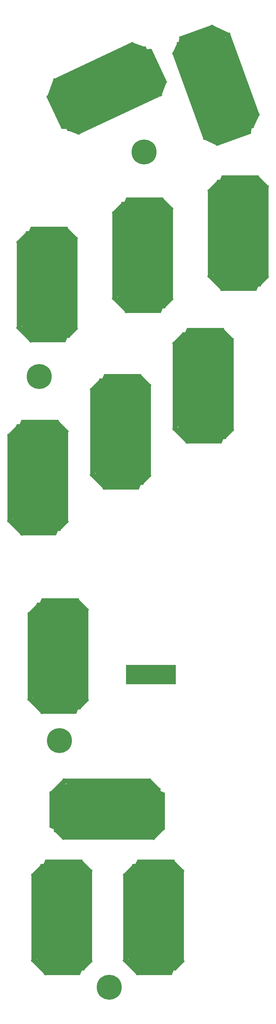
<source format=gbr>
G04 #@! TF.FileFunction,Soldermask,Top*
%FSLAX46Y46*%
G04 Gerber Fmt 4.6, Leading zero omitted, Abs format (unit mm)*
G04 Created by KiCad (PCBNEW 4.0.6) date 04/30/18 02:02:33*
%MOMM*%
%LPD*%
G01*
G04 APERTURE LIST*
%ADD10C,0.100000*%
%ADD11R,1.500000X5.300000*%
%ADD12R,15.300000X1.400000*%
%ADD13R,1.400000X25.350000*%
%ADD14R,14.800000X1.400000*%
%ADD15R,1.400000X24.050000*%
%ADD16R,1.400000X15.300000*%
%ADD17R,25.350000X1.400000*%
%ADD18R,1.400000X14.800000*%
%ADD19R,24.050000X1.400000*%
%ADD20C,6.800000*%
G04 APERTURE END LIST*
D10*
G36*
X86704842Y-65255155D02*
X97229400Y-61424529D01*
X97144412Y-62945311D01*
X87747486Y-66365513D01*
X86704842Y-65255155D01*
X86704842Y-65255155D01*
G37*
G36*
X84004609Y-63683933D02*
X97348245Y-58827247D01*
X97263257Y-60348029D01*
X85047253Y-64794291D01*
X84004609Y-63683933D01*
X84004609Y-63683933D01*
G37*
G36*
X83136776Y-61445771D02*
X97514073Y-56212863D01*
X97992902Y-57528433D01*
X83615605Y-62761341D01*
X83136776Y-61445771D01*
X83136776Y-61445771D01*
G37*
G36*
X90605266Y-37231072D02*
X76180984Y-42481081D01*
X76265972Y-40960300D01*
X89562622Y-36120715D01*
X90605266Y-37231072D01*
X90605266Y-37231072D01*
G37*
G36*
X79853382Y-52424722D02*
X94230679Y-47191814D01*
X94709508Y-48507384D01*
X80332211Y-53740292D01*
X79853382Y-52424722D01*
X79853382Y-52424722D01*
G37*
G36*
X80674231Y-54679985D02*
X95051528Y-49447077D01*
X95530357Y-50762647D01*
X81153060Y-55995555D01*
X80674231Y-54679985D01*
X80674231Y-54679985D01*
G37*
G36*
X82315927Y-59190509D02*
X96693224Y-53957601D01*
X97172053Y-55273171D01*
X82794756Y-60506079D01*
X82315927Y-59190509D01*
X82315927Y-59190509D01*
G37*
G36*
X81495079Y-56935247D02*
X95872376Y-51702339D01*
X96351205Y-53017909D01*
X81973908Y-58250817D01*
X81495079Y-56935247D01*
X81495079Y-56935247D01*
G37*
G36*
X78211686Y-47914198D02*
X92588983Y-42681290D01*
X93067812Y-43996860D01*
X78690515Y-49229768D01*
X78211686Y-47914198D01*
X78211686Y-47914198D01*
G37*
G36*
X79032534Y-50169460D02*
X93409831Y-44936552D01*
X93888660Y-46252122D01*
X79511363Y-51485030D01*
X79032534Y-50169460D01*
X79032534Y-50169460D01*
G37*
G36*
X77390837Y-45658935D02*
X91768134Y-40426027D01*
X92246963Y-41741597D01*
X77869666Y-46974505D01*
X77390837Y-45658935D01*
X77390837Y-45658935D01*
G37*
G36*
X76569989Y-43403673D02*
X90947286Y-38170765D01*
X91426115Y-39486335D01*
X77048818Y-44719243D01*
X76569989Y-43403673D01*
X76569989Y-43403673D01*
G37*
G36*
X87981960Y-66291462D02*
X83994206Y-64431941D01*
X84585872Y-63163110D01*
X88573626Y-65022631D01*
X87981960Y-66291462D01*
X87981960Y-66291462D01*
G37*
G36*
X85602431Y-64272969D02*
X84286861Y-64751797D01*
X75616651Y-40930589D01*
X76932221Y-40451761D01*
X85602431Y-64272969D01*
X85602431Y-64272969D01*
G37*
G36*
X78400082Y-38665954D02*
X76866401Y-41954945D01*
X75597570Y-41363280D01*
X77131251Y-38074289D01*
X78400082Y-38665954D01*
X78400082Y-38665954D01*
G37*
G36*
X87905033Y-35659851D02*
X76816660Y-39695689D01*
X76901647Y-38174907D01*
X86862389Y-34549493D01*
X87905033Y-35659851D01*
X87905033Y-35659851D01*
G37*
G36*
X84721817Y-62145877D02*
X98629267Y-57083979D01*
X99108095Y-58399549D01*
X85200645Y-63461447D01*
X84721817Y-62145877D01*
X84721817Y-62145877D01*
G37*
G36*
X82212286Y-55397191D02*
X96589583Y-50164283D01*
X97068412Y-51479853D01*
X82691115Y-56712761D01*
X82212286Y-55397191D01*
X82212286Y-55397191D01*
G37*
G36*
X83033134Y-57652454D02*
X97410431Y-52419546D01*
X97889260Y-53735116D01*
X83511963Y-58968024D01*
X83033134Y-57652454D01*
X83033134Y-57652454D01*
G37*
G36*
X83853983Y-59907716D02*
X98231280Y-54674808D01*
X98710109Y-55990378D01*
X84332812Y-61223286D01*
X83853983Y-59907716D01*
X83853983Y-59907716D01*
G37*
G36*
X81391438Y-53141929D02*
X95768735Y-47909021D01*
X96247564Y-49224591D01*
X81870267Y-54457499D01*
X81391438Y-53141929D01*
X81391438Y-53141929D01*
G37*
G36*
X80570589Y-50886667D02*
X94947886Y-45653759D01*
X95426715Y-46969329D01*
X81049418Y-52202237D01*
X80570589Y-50886667D01*
X80570589Y-50886667D01*
G37*
G36*
X79749741Y-48631405D02*
X94127038Y-43398497D01*
X94605867Y-44714067D01*
X80228570Y-49946975D01*
X79749741Y-48631405D01*
X79749741Y-48631405D01*
G37*
G36*
X78928893Y-46376142D02*
X93306190Y-41143234D01*
X93785019Y-42458804D01*
X79407722Y-47691712D01*
X78928893Y-46376142D01*
X78928893Y-46376142D01*
G37*
G36*
X78108044Y-44120880D02*
X92485341Y-38887972D01*
X92964170Y-40203542D01*
X78586873Y-45436450D01*
X78108044Y-44120880D01*
X78108044Y-44120880D01*
G37*
G36*
X91720459Y-38102189D02*
X77813009Y-43164087D01*
X77334181Y-41848517D01*
X91241631Y-36786619D01*
X91720459Y-38102189D01*
X91720459Y-38102189D01*
G37*
G36*
X90053889Y-36154745D02*
X77462008Y-40737815D01*
X77546995Y-39217033D01*
X89011245Y-35044387D01*
X90053889Y-36154745D01*
X90053889Y-36154745D01*
G37*
G36*
X86599818Y-64016368D02*
X98017084Y-59860823D01*
X97932096Y-61381605D01*
X87642462Y-65126725D01*
X86599818Y-64016368D01*
X86599818Y-64016368D01*
G37*
G36*
X96454404Y-60844567D02*
X98229401Y-57038074D01*
X99498232Y-57629739D01*
X97723235Y-61436232D01*
X96454404Y-60844567D01*
X96454404Y-60844567D01*
G37*
G36*
X89944891Y-35928371D02*
X91260461Y-35449543D01*
X99486045Y-58049151D01*
X98170475Y-58527979D01*
X89944891Y-35928371D01*
X89944891Y-35928371D01*
G37*
G36*
X87748326Y-34439874D02*
X77505676Y-38167894D01*
X77590664Y-36647112D01*
X86705682Y-33329516D01*
X87748326Y-34439874D01*
X87748326Y-34439874D01*
G37*
G36*
X86302907Y-33321187D02*
X91559492Y-35772373D01*
X90967827Y-37041203D01*
X85711242Y-34590017D01*
X86302907Y-33321187D01*
X86302907Y-33321187D01*
G37*
D11*
X75900000Y-210000000D03*
X63900000Y-210000000D03*
X64900000Y-210000000D03*
X65900000Y-210000000D03*
X66900000Y-210000000D03*
X67900000Y-210000000D03*
X68900000Y-210000000D03*
X69900000Y-210000000D03*
X70900000Y-210000000D03*
X71900000Y-210000000D03*
X72900000Y-210000000D03*
X73900000Y-210000000D03*
X74900000Y-210000000D03*
D10*
G36*
X73276023Y-50134680D02*
X68542698Y-39984033D01*
X70065100Y-39936152D01*
X74291283Y-48999230D01*
X73276023Y-50134680D01*
X73276023Y-50134680D01*
G37*
G36*
X71946121Y-52961580D02*
X65944942Y-40092009D01*
X67467344Y-40044129D01*
X72961381Y-51826130D01*
X71946121Y-52961580D01*
X71946121Y-52961580D01*
G37*
G36*
X69792113Y-54021179D02*
X63326054Y-40154670D01*
X64594885Y-39563005D01*
X71060944Y-53429514D01*
X69792113Y-54021179D01*
X69792113Y-54021179D01*
G37*
G36*
X45018636Y-48691559D02*
X51505827Y-62603383D01*
X49983425Y-62651264D01*
X44003376Y-49827009D01*
X45018636Y-48691559D01*
X45018636Y-48691559D01*
G37*
G36*
X61091558Y-58078314D02*
X54625499Y-44211805D01*
X55894330Y-43620140D01*
X62360389Y-57486649D01*
X61091558Y-58078314D01*
X61091558Y-58078314D01*
G37*
G36*
X63266697Y-57064030D02*
X56800638Y-43197521D01*
X58069469Y-42605856D01*
X64535528Y-56472365D01*
X63266697Y-57064030D01*
X63266697Y-57064030D01*
G37*
G36*
X67616974Y-55035462D02*
X61150915Y-41168953D01*
X62419746Y-40577288D01*
X68885805Y-54443797D01*
X67616974Y-55035462D01*
X67616974Y-55035462D01*
G37*
G36*
X65441835Y-56049746D02*
X58975776Y-42183237D01*
X60244607Y-41591572D01*
X66710666Y-55458081D01*
X65441835Y-56049746D01*
X65441835Y-56049746D01*
G37*
G36*
X56741281Y-60106882D02*
X50275222Y-46240373D01*
X51544053Y-45648708D01*
X58010112Y-59515217D01*
X56741281Y-60106882D01*
X56741281Y-60106882D01*
G37*
G36*
X58916419Y-59092598D02*
X52450360Y-45226089D01*
X53719191Y-44634424D01*
X60185250Y-58500933D01*
X58916419Y-59092598D01*
X58916419Y-59092598D01*
G37*
G36*
X54566142Y-61121165D02*
X48100083Y-47254656D01*
X49368914Y-46662991D01*
X55834973Y-60529500D01*
X54566142Y-61121165D01*
X54566142Y-61121165D01*
G37*
G36*
X52391003Y-62135449D02*
X45924944Y-48268940D01*
X47193775Y-47677275D01*
X53659834Y-61543784D01*
X52391003Y-62135449D01*
X52391003Y-62135449D01*
G37*
G36*
X74197078Y-48772102D02*
X72692190Y-52906750D01*
X71376620Y-52427922D01*
X72881508Y-48293274D01*
X74197078Y-48772102D01*
X74197078Y-48772102D01*
G37*
G36*
X72393655Y-51318499D02*
X72985321Y-52587330D01*
X50010419Y-63300703D01*
X49418753Y-62031872D01*
X72393655Y-51318499D01*
X72393655Y-51318499D01*
G37*
G36*
X47511810Y-60725240D02*
X50921954Y-61966431D01*
X50443126Y-63282000D01*
X47032982Y-62040809D01*
X47511810Y-60725240D01*
X47511810Y-60725240D01*
G37*
G36*
X43688734Y-51518458D02*
X48675629Y-62212890D01*
X47153227Y-62260771D01*
X42673474Y-52653909D01*
X43688734Y-51518458D01*
X43688734Y-51518458D01*
G37*
G36*
X70351410Y-52381152D02*
X64096659Y-38967797D01*
X65365490Y-38376132D01*
X71620241Y-51789487D01*
X70351410Y-52381152D01*
X70351410Y-52381152D01*
G37*
G36*
X63847124Y-55469319D02*
X57381065Y-41602810D01*
X58649896Y-41011145D01*
X65115955Y-54877654D01*
X63847124Y-55469319D01*
X63847124Y-55469319D01*
G37*
G36*
X66022263Y-54455035D02*
X59556204Y-40588526D01*
X60825035Y-39996861D01*
X67291094Y-53863370D01*
X66022263Y-54455035D01*
X66022263Y-54455035D01*
G37*
G36*
X68197401Y-53440751D02*
X61731342Y-39574242D01*
X63000173Y-38982577D01*
X69466232Y-52849086D01*
X68197401Y-53440751D01*
X68197401Y-53440751D01*
G37*
G36*
X61671985Y-56483603D02*
X55205926Y-42617094D01*
X56474757Y-42025429D01*
X62940816Y-55891938D01*
X61671985Y-56483603D01*
X61671985Y-56483603D01*
G37*
G36*
X59496847Y-57497886D02*
X53030788Y-43631377D01*
X54299619Y-43039712D01*
X60765678Y-56906221D01*
X59496847Y-57497886D01*
X59496847Y-57497886D01*
G37*
G36*
X57321708Y-58512170D02*
X50855649Y-44645661D01*
X52124480Y-44053996D01*
X58590539Y-57920505D01*
X57321708Y-58512170D01*
X57321708Y-58512170D01*
G37*
G36*
X55146569Y-59526454D02*
X48680510Y-45659945D01*
X49949341Y-45068280D01*
X56415400Y-58934789D01*
X55146569Y-59526454D01*
X55146569Y-59526454D01*
G37*
G36*
X52971431Y-60540738D02*
X46505372Y-46674229D01*
X47774203Y-46082564D01*
X54240262Y-59949073D01*
X52971431Y-60540738D01*
X52971431Y-60540738D01*
G37*
G36*
X45789242Y-47504686D02*
X52043993Y-60918041D01*
X50775162Y-61509706D01*
X44520411Y-48096351D01*
X45789242Y-47504686D01*
X45789242Y-47504686D01*
G37*
G36*
X43994460Y-49334647D02*
X49657545Y-61479171D01*
X48135143Y-61527052D01*
X42979200Y-50470097D01*
X43994460Y-49334647D01*
X43994460Y-49334647D01*
G37*
G36*
X72051102Y-50347273D02*
X66916291Y-39335633D01*
X68438692Y-39287752D01*
X73066362Y-49211822D01*
X72051102Y-50347273D01*
X72051102Y-50347273D01*
G37*
G36*
X68032488Y-40806627D02*
X64085779Y-39370143D01*
X64564608Y-38054573D01*
X68511317Y-39491057D01*
X68032488Y-40806627D01*
X68032488Y-40806627D01*
G37*
G36*
X43778449Y-49462959D02*
X43186783Y-48194128D01*
X64983485Y-38030159D01*
X65575151Y-39298990D01*
X43778449Y-49462959D01*
X43778449Y-49462959D01*
G37*
G36*
X42487058Y-51780897D02*
X47093597Y-61659652D01*
X45571195Y-61707533D01*
X41471798Y-52916347D01*
X42487058Y-51780897D01*
X42487058Y-51780897D01*
G37*
G36*
X41498604Y-53318314D02*
X43482321Y-47868097D01*
X44797890Y-48346926D01*
X42814173Y-53797143D01*
X41498604Y-53318314D01*
X41498604Y-53318314D01*
G37*
G36*
X99800000Y-75700000D02*
X88600000Y-75700000D01*
X89200000Y-74300000D01*
X99200000Y-74300000D01*
X99800000Y-75700000D01*
X99800000Y-75700000D01*
G37*
G36*
X101800000Y-78100000D02*
X87600000Y-78100000D01*
X88200000Y-76700000D01*
X101200000Y-76700000D01*
X101800000Y-78100000D01*
X101800000Y-78100000D01*
G37*
D12*
X94200000Y-79800000D03*
D10*
G36*
X86550000Y-100700000D02*
X101900000Y-100700000D01*
X101300000Y-102100000D01*
X87150000Y-102100000D01*
X86550000Y-100700000D01*
X86550000Y-100700000D01*
G37*
D12*
X94200000Y-89400000D03*
X94200000Y-87000000D03*
X94200000Y-82200000D03*
X94200000Y-84600000D03*
X94200000Y-94200000D03*
X94200000Y-91800000D03*
X94200000Y-96600000D03*
X94200000Y-99000000D03*
D10*
G36*
X98954340Y-74289390D02*
X102065610Y-77400660D01*
X101075660Y-78390610D01*
X97964390Y-75279340D01*
X98954340Y-74289390D01*
X98954340Y-74289390D01*
G37*
D13*
X101200000Y-89675000D03*
D10*
G36*
X98509880Y-103526071D02*
X101075971Y-100959980D01*
X102065920Y-101949929D01*
X99499829Y-104516020D01*
X98509880Y-103526071D01*
X98509880Y-103526071D01*
G37*
G36*
X88550000Y-103100000D02*
X100350000Y-103100000D01*
X99750000Y-104500000D01*
X89150000Y-104500000D01*
X88550000Y-103100000D01*
X88550000Y-103100000D01*
G37*
D14*
X93200000Y-78600000D03*
D12*
X93000000Y-85800000D03*
X93000000Y-83400000D03*
X93000000Y-81000000D03*
X93000000Y-88200000D03*
X93000000Y-90600000D03*
X93000000Y-93000000D03*
X93000000Y-95400000D03*
X93000000Y-97800000D03*
D14*
X93200000Y-100200000D03*
D10*
G36*
X86700000Y-101900000D02*
X100100000Y-101900000D01*
X99500000Y-103300000D01*
X87300000Y-103300000D01*
X86700000Y-101900000D01*
X86700000Y-101900000D01*
G37*
G36*
X99475000Y-76900000D02*
X87325000Y-76900000D01*
X87925000Y-75500000D01*
X98875000Y-75500000D01*
X99475000Y-76900000D01*
X99475000Y-76900000D01*
G37*
G36*
X89129899Y-76510051D02*
X86160051Y-79479899D01*
X85170101Y-78489949D01*
X88139949Y-75520101D01*
X89129899Y-76510051D01*
X89129899Y-76510051D01*
G37*
D15*
X86025000Y-90125000D03*
D10*
G36*
X88280000Y-104300000D02*
X99180000Y-104300000D01*
X98580000Y-105700000D01*
X88880000Y-105700000D01*
X88280000Y-104300000D01*
X88280000Y-104300000D01*
G37*
G36*
X89255635Y-105845584D02*
X85154416Y-101744365D01*
X86144365Y-100754416D01*
X90245584Y-104855635D01*
X89255635Y-105845584D01*
X89255635Y-105845584D01*
G37*
G36*
X73800000Y-81700000D02*
X62600000Y-81700000D01*
X63200000Y-80300000D01*
X73200000Y-80300000D01*
X73800000Y-81700000D01*
X73800000Y-81700000D01*
G37*
G36*
X75800000Y-84100000D02*
X61600000Y-84100000D01*
X62200000Y-82700000D01*
X75200000Y-82700000D01*
X75800000Y-84100000D01*
X75800000Y-84100000D01*
G37*
D12*
X68200000Y-85800000D03*
D10*
G36*
X60550000Y-106700000D02*
X75900000Y-106700000D01*
X75300000Y-108100000D01*
X61150000Y-108100000D01*
X60550000Y-106700000D01*
X60550000Y-106700000D01*
G37*
D12*
X68200000Y-95400000D03*
X68200000Y-93000000D03*
X68200000Y-88200000D03*
X68200000Y-90600000D03*
X68200000Y-100200000D03*
X68200000Y-97800000D03*
X68200000Y-102600000D03*
X68200000Y-105000000D03*
D10*
G36*
X72954340Y-80289390D02*
X76065610Y-83400660D01*
X75075660Y-84390610D01*
X71964390Y-81279340D01*
X72954340Y-80289390D01*
X72954340Y-80289390D01*
G37*
D13*
X75200000Y-95675000D03*
D10*
G36*
X72509880Y-109526071D02*
X75075971Y-106959980D01*
X76065920Y-107949929D01*
X73499829Y-110516020D01*
X72509880Y-109526071D01*
X72509880Y-109526071D01*
G37*
G36*
X62550000Y-109100000D02*
X74350000Y-109100000D01*
X73750000Y-110500000D01*
X63150000Y-110500000D01*
X62550000Y-109100000D01*
X62550000Y-109100000D01*
G37*
D14*
X67200000Y-84600000D03*
D12*
X67000000Y-91800000D03*
X67000000Y-89400000D03*
X67000000Y-87000000D03*
X67000000Y-94200000D03*
X67000000Y-96600000D03*
X67000000Y-99000000D03*
X67000000Y-101400000D03*
X67000000Y-103800000D03*
D14*
X67200000Y-106200000D03*
D10*
G36*
X60700000Y-107900000D02*
X74100000Y-107900000D01*
X73500000Y-109300000D01*
X61300000Y-109300000D01*
X60700000Y-107900000D01*
X60700000Y-107900000D01*
G37*
G36*
X73475000Y-82900000D02*
X61325000Y-82900000D01*
X61925000Y-81500000D01*
X72875000Y-81500000D01*
X73475000Y-82900000D01*
X73475000Y-82900000D01*
G37*
G36*
X63129899Y-82510051D02*
X60160051Y-85479899D01*
X59170101Y-84489949D01*
X62139949Y-81520101D01*
X63129899Y-82510051D01*
X63129899Y-82510051D01*
G37*
D15*
X60025000Y-96125000D03*
D10*
G36*
X62280000Y-110300000D02*
X73180000Y-110300000D01*
X72580000Y-111700000D01*
X62880000Y-111700000D01*
X62280000Y-110300000D01*
X62280000Y-110300000D01*
G37*
G36*
X63255635Y-111845584D02*
X59154416Y-107744365D01*
X60144365Y-106754416D01*
X64245584Y-110855635D01*
X63255635Y-111845584D01*
X63255635Y-111845584D01*
G37*
G36*
X47800000Y-89700000D02*
X36600000Y-89700000D01*
X37200000Y-88300000D01*
X47200000Y-88300000D01*
X47800000Y-89700000D01*
X47800000Y-89700000D01*
G37*
G36*
X49800000Y-92100000D02*
X35600000Y-92100000D01*
X36200000Y-90700000D01*
X49200000Y-90700000D01*
X49800000Y-92100000D01*
X49800000Y-92100000D01*
G37*
D12*
X42200000Y-93800000D03*
D10*
G36*
X34550000Y-114700000D02*
X49900000Y-114700000D01*
X49300000Y-116100000D01*
X35150000Y-116100000D01*
X34550000Y-114700000D01*
X34550000Y-114700000D01*
G37*
D12*
X42200000Y-103400000D03*
X42200000Y-101000000D03*
X42200000Y-96200000D03*
X42200000Y-98600000D03*
X42200000Y-108200000D03*
X42200000Y-105800000D03*
X42200000Y-110600000D03*
X42200000Y-113000000D03*
D10*
G36*
X46954340Y-88289390D02*
X50065610Y-91400660D01*
X49075660Y-92390610D01*
X45964390Y-89279340D01*
X46954340Y-88289390D01*
X46954340Y-88289390D01*
G37*
D13*
X49200000Y-103675000D03*
D10*
G36*
X46509880Y-117526071D02*
X49075971Y-114959980D01*
X50065920Y-115949929D01*
X47499829Y-118516020D01*
X46509880Y-117526071D01*
X46509880Y-117526071D01*
G37*
G36*
X36550000Y-117100000D02*
X48350000Y-117100000D01*
X47750000Y-118500000D01*
X37150000Y-118500000D01*
X36550000Y-117100000D01*
X36550000Y-117100000D01*
G37*
D14*
X41200000Y-92600000D03*
D12*
X41000000Y-99800000D03*
X41000000Y-97400000D03*
X41000000Y-95000000D03*
X41000000Y-102200000D03*
X41000000Y-104600000D03*
X41000000Y-107000000D03*
X41000000Y-109400000D03*
X41000000Y-111800000D03*
D14*
X41200000Y-114200000D03*
D10*
G36*
X34700000Y-115900000D02*
X48100000Y-115900000D01*
X47500000Y-117300000D01*
X35300000Y-117300000D01*
X34700000Y-115900000D01*
X34700000Y-115900000D01*
G37*
G36*
X47475000Y-90900000D02*
X35325000Y-90900000D01*
X35925000Y-89500000D01*
X46875000Y-89500000D01*
X47475000Y-90900000D01*
X47475000Y-90900000D01*
G37*
G36*
X37129899Y-90510051D02*
X34160051Y-93479899D01*
X33170101Y-92489949D01*
X36139949Y-89520101D01*
X37129899Y-90510051D01*
X37129899Y-90510051D01*
G37*
D15*
X34025000Y-104125000D03*
D10*
G36*
X36280000Y-118300000D02*
X47180000Y-118300000D01*
X46580000Y-119700000D01*
X36880000Y-119700000D01*
X36280000Y-118300000D01*
X36280000Y-118300000D01*
G37*
G36*
X37255635Y-119845584D02*
X33154416Y-115744365D01*
X34144365Y-114754416D01*
X38245584Y-118855635D01*
X37255635Y-119845584D01*
X37255635Y-119845584D01*
G37*
G36*
X90300000Y-117200000D02*
X79100000Y-117200000D01*
X79700000Y-115800000D01*
X89700000Y-115800000D01*
X90300000Y-117200000D01*
X90300000Y-117200000D01*
G37*
G36*
X92300000Y-119600000D02*
X78100000Y-119600000D01*
X78700000Y-118200000D01*
X91700000Y-118200000D01*
X92300000Y-119600000D01*
X92300000Y-119600000D01*
G37*
D12*
X84700000Y-121300000D03*
D10*
G36*
X77050000Y-142200000D02*
X92400000Y-142200000D01*
X91800000Y-143600000D01*
X77650000Y-143600000D01*
X77050000Y-142200000D01*
X77050000Y-142200000D01*
G37*
D12*
X84700000Y-130900000D03*
X84700000Y-128500000D03*
X84700000Y-123700000D03*
X84700000Y-126100000D03*
X84700000Y-135700000D03*
X84700000Y-133300000D03*
X84700000Y-138100000D03*
X84700000Y-140500000D03*
D10*
G36*
X89454340Y-115789390D02*
X92565610Y-118900660D01*
X91575660Y-119890610D01*
X88464390Y-116779340D01*
X89454340Y-115789390D01*
X89454340Y-115789390D01*
G37*
D13*
X91700000Y-131175000D03*
D10*
G36*
X89009880Y-145026071D02*
X91575971Y-142459980D01*
X92565920Y-143449929D01*
X89999829Y-146016020D01*
X89009880Y-145026071D01*
X89009880Y-145026071D01*
G37*
G36*
X79050000Y-144600000D02*
X90850000Y-144600000D01*
X90250000Y-146000000D01*
X79650000Y-146000000D01*
X79050000Y-144600000D01*
X79050000Y-144600000D01*
G37*
D14*
X83700000Y-120100000D03*
D12*
X83500000Y-127300000D03*
X83500000Y-124900000D03*
X83500000Y-122500000D03*
X83500000Y-129700000D03*
X83500000Y-132100000D03*
X83500000Y-134500000D03*
X83500000Y-136900000D03*
X83500000Y-139300000D03*
D14*
X83700000Y-141700000D03*
D10*
G36*
X77200000Y-143400000D02*
X90600000Y-143400000D01*
X90000000Y-144800000D01*
X77800000Y-144800000D01*
X77200000Y-143400000D01*
X77200000Y-143400000D01*
G37*
G36*
X89975000Y-118400000D02*
X77825000Y-118400000D01*
X78425000Y-117000000D01*
X89375000Y-117000000D01*
X89975000Y-118400000D01*
X89975000Y-118400000D01*
G37*
G36*
X79629899Y-118010051D02*
X76660051Y-120979899D01*
X75670101Y-119989949D01*
X78639949Y-117020101D01*
X79629899Y-118010051D01*
X79629899Y-118010051D01*
G37*
D15*
X76525000Y-131625000D03*
D10*
G36*
X78780000Y-145800000D02*
X89680000Y-145800000D01*
X89080000Y-147200000D01*
X79380000Y-147200000D01*
X78780000Y-145800000D01*
X78780000Y-145800000D01*
G37*
G36*
X79755635Y-147345584D02*
X75654416Y-143244365D01*
X76644365Y-142254416D01*
X80745584Y-146355635D01*
X79755635Y-147345584D01*
X79755635Y-147345584D01*
G37*
G36*
X67800000Y-129700000D02*
X56600000Y-129700000D01*
X57200000Y-128300000D01*
X67200000Y-128300000D01*
X67800000Y-129700000D01*
X67800000Y-129700000D01*
G37*
G36*
X69800000Y-132100000D02*
X55600000Y-132100000D01*
X56200000Y-130700000D01*
X69200000Y-130700000D01*
X69800000Y-132100000D01*
X69800000Y-132100000D01*
G37*
D12*
X62200000Y-133800000D03*
D10*
G36*
X54550000Y-154700000D02*
X69900000Y-154700000D01*
X69300000Y-156100000D01*
X55150000Y-156100000D01*
X54550000Y-154700000D01*
X54550000Y-154700000D01*
G37*
D12*
X62200000Y-143400000D03*
X62200000Y-141000000D03*
X62200000Y-136200000D03*
X62200000Y-138600000D03*
X62200000Y-148200000D03*
X62200000Y-145800000D03*
X62200000Y-150600000D03*
X62200000Y-153000000D03*
D10*
G36*
X66954340Y-128289390D02*
X70065610Y-131400660D01*
X69075660Y-132390610D01*
X65964390Y-129279340D01*
X66954340Y-128289390D01*
X66954340Y-128289390D01*
G37*
D13*
X69200000Y-143675000D03*
D10*
G36*
X66509880Y-157526071D02*
X69075971Y-154959980D01*
X70065920Y-155949929D01*
X67499829Y-158516020D01*
X66509880Y-157526071D01*
X66509880Y-157526071D01*
G37*
G36*
X56550000Y-157100000D02*
X68350000Y-157100000D01*
X67750000Y-158500000D01*
X57150000Y-158500000D01*
X56550000Y-157100000D01*
X56550000Y-157100000D01*
G37*
D14*
X61200000Y-132600000D03*
D12*
X61000000Y-139800000D03*
X61000000Y-137400000D03*
X61000000Y-135000000D03*
X61000000Y-142200000D03*
X61000000Y-144600000D03*
X61000000Y-147000000D03*
X61000000Y-149400000D03*
X61000000Y-151800000D03*
D14*
X61200000Y-154200000D03*
D10*
G36*
X54700000Y-155900000D02*
X68100000Y-155900000D01*
X67500000Y-157300000D01*
X55300000Y-157300000D01*
X54700000Y-155900000D01*
X54700000Y-155900000D01*
G37*
G36*
X67475000Y-130900000D02*
X55325000Y-130900000D01*
X55925000Y-129500000D01*
X66875000Y-129500000D01*
X67475000Y-130900000D01*
X67475000Y-130900000D01*
G37*
G36*
X57129899Y-130510051D02*
X54160051Y-133479899D01*
X53170101Y-132489949D01*
X56139949Y-129520101D01*
X57129899Y-130510051D01*
X57129899Y-130510051D01*
G37*
D15*
X54025000Y-144125000D03*
D10*
G36*
X56280000Y-158300000D02*
X67180000Y-158300000D01*
X66580000Y-159700000D01*
X56880000Y-159700000D01*
X56280000Y-158300000D01*
X56280000Y-158300000D01*
G37*
G36*
X57255635Y-159845584D02*
X53154416Y-155744365D01*
X54144365Y-154754416D01*
X58245584Y-158855635D01*
X57255635Y-159845584D01*
X57255635Y-159845584D01*
G37*
G36*
X45300000Y-142200000D02*
X34100000Y-142200000D01*
X34700000Y-140800000D01*
X44700000Y-140800000D01*
X45300000Y-142200000D01*
X45300000Y-142200000D01*
G37*
G36*
X47300000Y-144600000D02*
X33100000Y-144600000D01*
X33700000Y-143200000D01*
X46700000Y-143200000D01*
X47300000Y-144600000D01*
X47300000Y-144600000D01*
G37*
D12*
X39700000Y-146300000D03*
D10*
G36*
X32050000Y-167200000D02*
X47400000Y-167200000D01*
X46800000Y-168600000D01*
X32650000Y-168600000D01*
X32050000Y-167200000D01*
X32050000Y-167200000D01*
G37*
D12*
X39700000Y-155900000D03*
X39700000Y-153500000D03*
X39700000Y-148700000D03*
X39700000Y-151100000D03*
X39700000Y-160700000D03*
X39700000Y-158300000D03*
X39700000Y-163100000D03*
X39700000Y-165500000D03*
D10*
G36*
X44454340Y-140789390D02*
X47565610Y-143900660D01*
X46575660Y-144890610D01*
X43464390Y-141779340D01*
X44454340Y-140789390D01*
X44454340Y-140789390D01*
G37*
D13*
X46700000Y-156175000D03*
D10*
G36*
X44009880Y-170026071D02*
X46575971Y-167459980D01*
X47565920Y-168449929D01*
X44999829Y-171016020D01*
X44009880Y-170026071D01*
X44009880Y-170026071D01*
G37*
G36*
X34050000Y-169600000D02*
X45850000Y-169600000D01*
X45250000Y-171000000D01*
X34650000Y-171000000D01*
X34050000Y-169600000D01*
X34050000Y-169600000D01*
G37*
D14*
X38700000Y-145100000D03*
D12*
X38500000Y-152300000D03*
X38500000Y-149900000D03*
X38500000Y-147500000D03*
X38500000Y-154700000D03*
X38500000Y-157100000D03*
X38500000Y-159500000D03*
X38500000Y-161900000D03*
X38500000Y-164300000D03*
D14*
X38700000Y-166700000D03*
D10*
G36*
X32200000Y-168400000D02*
X45600000Y-168400000D01*
X45000000Y-169800000D01*
X32800000Y-169800000D01*
X32200000Y-168400000D01*
X32200000Y-168400000D01*
G37*
G36*
X44975000Y-143400000D02*
X32825000Y-143400000D01*
X33425000Y-142000000D01*
X44375000Y-142000000D01*
X44975000Y-143400000D01*
X44975000Y-143400000D01*
G37*
G36*
X34629899Y-143010051D02*
X31660051Y-145979899D01*
X30670101Y-144989949D01*
X33639949Y-142020101D01*
X34629899Y-143010051D01*
X34629899Y-143010051D01*
G37*
D15*
X31525000Y-156625000D03*
D10*
G36*
X33780000Y-170800000D02*
X44680000Y-170800000D01*
X44080000Y-172200000D01*
X34380000Y-172200000D01*
X33780000Y-170800000D01*
X33780000Y-170800000D01*
G37*
G36*
X34755635Y-172345584D02*
X30654416Y-168244365D01*
X31644365Y-167254416D01*
X35745584Y-171355635D01*
X34755635Y-172345584D01*
X34755635Y-172345584D01*
G37*
G36*
X50800000Y-190700000D02*
X39600000Y-190700000D01*
X40200000Y-189300000D01*
X50200000Y-189300000D01*
X50800000Y-190700000D01*
X50800000Y-190700000D01*
G37*
G36*
X52800000Y-193100000D02*
X38600000Y-193100000D01*
X39200000Y-191700000D01*
X52200000Y-191700000D01*
X52800000Y-193100000D01*
X52800000Y-193100000D01*
G37*
D12*
X45200000Y-194800000D03*
D10*
G36*
X37550000Y-215700000D02*
X52900000Y-215700000D01*
X52300000Y-217100000D01*
X38150000Y-217100000D01*
X37550000Y-215700000D01*
X37550000Y-215700000D01*
G37*
D12*
X45200000Y-204400000D03*
X45200000Y-202000000D03*
X45200000Y-197200000D03*
X45200000Y-199600000D03*
X45200000Y-209200000D03*
X45200000Y-206800000D03*
X45200000Y-211600000D03*
X45200000Y-214000000D03*
D10*
G36*
X49954340Y-189289390D02*
X53065610Y-192400660D01*
X52075660Y-193390610D01*
X48964390Y-190279340D01*
X49954340Y-189289390D01*
X49954340Y-189289390D01*
G37*
D13*
X52200000Y-204675000D03*
D10*
G36*
X49509880Y-218526071D02*
X52075971Y-215959980D01*
X53065920Y-216949929D01*
X50499829Y-219516020D01*
X49509880Y-218526071D01*
X49509880Y-218526071D01*
G37*
G36*
X39550000Y-218100000D02*
X51350000Y-218100000D01*
X50750000Y-219500000D01*
X40150000Y-219500000D01*
X39550000Y-218100000D01*
X39550000Y-218100000D01*
G37*
D14*
X44200000Y-193600000D03*
D12*
X44000000Y-200800000D03*
X44000000Y-198400000D03*
X44000000Y-196000000D03*
X44000000Y-203200000D03*
X44000000Y-205600000D03*
X44000000Y-208000000D03*
X44000000Y-210400000D03*
X44000000Y-212800000D03*
D14*
X44200000Y-215200000D03*
D10*
G36*
X37700000Y-216900000D02*
X51100000Y-216900000D01*
X50500000Y-218300000D01*
X38300000Y-218300000D01*
X37700000Y-216900000D01*
X37700000Y-216900000D01*
G37*
G36*
X50475000Y-191900000D02*
X38325000Y-191900000D01*
X38925000Y-190500000D01*
X49875000Y-190500000D01*
X50475000Y-191900000D01*
X50475000Y-191900000D01*
G37*
G36*
X40129899Y-191510051D02*
X37160051Y-194479899D01*
X36170101Y-193489949D01*
X39139949Y-190520101D01*
X40129899Y-191510051D01*
X40129899Y-191510051D01*
G37*
D15*
X37025000Y-205125000D03*
D10*
G36*
X39280000Y-219300000D02*
X50180000Y-219300000D01*
X49580000Y-220700000D01*
X39880000Y-220700000D01*
X39280000Y-219300000D01*
X39280000Y-219300000D01*
G37*
G36*
X40255635Y-220845584D02*
X36154416Y-216744365D01*
X37144365Y-215754416D01*
X41245584Y-219855635D01*
X40255635Y-220845584D01*
X40255635Y-220845584D01*
G37*
G36*
X72300000Y-252800000D02*
X72300000Y-241600000D01*
X73700000Y-242200000D01*
X73700000Y-252200000D01*
X72300000Y-252800000D01*
X72300000Y-252800000D01*
G37*
G36*
X69900000Y-254800000D02*
X69900000Y-240600000D01*
X71300000Y-241200000D01*
X71300000Y-254200000D01*
X69900000Y-254800000D01*
X69900000Y-254800000D01*
G37*
D16*
X68200000Y-247200000D03*
D10*
G36*
X47300000Y-239550000D02*
X47300000Y-254900000D01*
X45900000Y-254300000D01*
X45900000Y-240150000D01*
X47300000Y-239550000D01*
X47300000Y-239550000D01*
G37*
D16*
X58600000Y-247200000D03*
X61000000Y-247200000D03*
X65800000Y-247200000D03*
X63400000Y-247200000D03*
X53800000Y-247200000D03*
X56200000Y-247200000D03*
X51400000Y-247200000D03*
X49000000Y-247200000D03*
D10*
G36*
X73710610Y-251954340D02*
X70599340Y-255065610D01*
X69609390Y-254075660D01*
X72720660Y-250964390D01*
X73710610Y-251954340D01*
X73710610Y-251954340D01*
G37*
D17*
X58325000Y-254200000D03*
D10*
G36*
X44473929Y-251509880D02*
X47040020Y-254075971D01*
X46050071Y-255065920D01*
X43483980Y-252499829D01*
X44473929Y-251509880D01*
X44473929Y-251509880D01*
G37*
G36*
X44900000Y-241550000D02*
X44900000Y-253350000D01*
X43500000Y-252750000D01*
X43500000Y-242150000D01*
X44900000Y-241550000D01*
X44900000Y-241550000D01*
G37*
D18*
X69400000Y-246200000D03*
D16*
X62200000Y-246000000D03*
X64600000Y-246000000D03*
X67000000Y-246000000D03*
X59800000Y-246000000D03*
X57400000Y-246000000D03*
X55000000Y-246000000D03*
X52600000Y-246000000D03*
X50200000Y-246000000D03*
D18*
X47800000Y-246200000D03*
D10*
G36*
X46100000Y-239700000D02*
X46100000Y-253100000D01*
X44700000Y-252500000D01*
X44700000Y-240300000D01*
X46100000Y-239700000D01*
X46100000Y-239700000D01*
G37*
G36*
X71100000Y-252475000D02*
X71100000Y-240325000D01*
X72500000Y-240925000D01*
X72500000Y-251875000D01*
X71100000Y-252475000D01*
X71100000Y-252475000D01*
G37*
G36*
X71489949Y-242129899D02*
X68520101Y-239160051D01*
X69510051Y-238170101D01*
X72479899Y-241139949D01*
X71489949Y-242129899D01*
X71489949Y-242129899D01*
G37*
D19*
X57875000Y-239025000D03*
D10*
G36*
X43700000Y-241280000D02*
X43700000Y-252180000D01*
X42300000Y-251580000D01*
X42300000Y-241880000D01*
X43700000Y-241280000D01*
X43700000Y-241280000D01*
G37*
G36*
X42154416Y-242255635D02*
X46255635Y-238154416D01*
X47245584Y-239144365D01*
X43144365Y-243245584D01*
X42154416Y-242255635D01*
X42154416Y-242255635D01*
G37*
G36*
X51800000Y-261700000D02*
X40600000Y-261700000D01*
X41200000Y-260300000D01*
X51200000Y-260300000D01*
X51800000Y-261700000D01*
X51800000Y-261700000D01*
G37*
G36*
X53800000Y-264100000D02*
X39600000Y-264100000D01*
X40200000Y-262700000D01*
X53200000Y-262700000D01*
X53800000Y-264100000D01*
X53800000Y-264100000D01*
G37*
D12*
X46200000Y-265800000D03*
D10*
G36*
X38550000Y-286700000D02*
X53900000Y-286700000D01*
X53300000Y-288100000D01*
X39150000Y-288100000D01*
X38550000Y-286700000D01*
X38550000Y-286700000D01*
G37*
D12*
X46200000Y-275400000D03*
X46200000Y-273000000D03*
X46200000Y-268200000D03*
X46200000Y-270600000D03*
X46200000Y-280200000D03*
X46200000Y-277800000D03*
X46200000Y-282600000D03*
X46200000Y-285000000D03*
D10*
G36*
X50954340Y-260289390D02*
X54065610Y-263400660D01*
X53075660Y-264390610D01*
X49964390Y-261279340D01*
X50954340Y-260289390D01*
X50954340Y-260289390D01*
G37*
D13*
X53200000Y-275675000D03*
D10*
G36*
X50509880Y-289526071D02*
X53075971Y-286959980D01*
X54065920Y-287949929D01*
X51499829Y-290516020D01*
X50509880Y-289526071D01*
X50509880Y-289526071D01*
G37*
G36*
X40550000Y-289100000D02*
X52350000Y-289100000D01*
X51750000Y-290500000D01*
X41150000Y-290500000D01*
X40550000Y-289100000D01*
X40550000Y-289100000D01*
G37*
D14*
X45200000Y-264600000D03*
D12*
X45000000Y-271800000D03*
X45000000Y-269400000D03*
X45000000Y-267000000D03*
X45000000Y-274200000D03*
X45000000Y-276600000D03*
X45000000Y-279000000D03*
X45000000Y-281400000D03*
X45000000Y-283800000D03*
D14*
X45200000Y-286200000D03*
D10*
G36*
X38700000Y-287900000D02*
X52100000Y-287900000D01*
X51500000Y-289300000D01*
X39300000Y-289300000D01*
X38700000Y-287900000D01*
X38700000Y-287900000D01*
G37*
G36*
X51475000Y-262900000D02*
X39325000Y-262900000D01*
X39925000Y-261500000D01*
X50875000Y-261500000D01*
X51475000Y-262900000D01*
X51475000Y-262900000D01*
G37*
G36*
X41129899Y-262510051D02*
X38160051Y-265479899D01*
X37170101Y-264489949D01*
X40139949Y-261520101D01*
X41129899Y-262510051D01*
X41129899Y-262510051D01*
G37*
D15*
X38025000Y-276125000D03*
D10*
G36*
X40280000Y-290300000D02*
X51180000Y-290300000D01*
X50580000Y-291700000D01*
X40880000Y-291700000D01*
X40280000Y-290300000D01*
X40280000Y-290300000D01*
G37*
G36*
X41255635Y-291845584D02*
X37154416Y-287744365D01*
X38144365Y-286754416D01*
X42245584Y-290855635D01*
X41255635Y-291845584D01*
X41255635Y-291845584D01*
G37*
G36*
X76800000Y-261700000D02*
X65600000Y-261700000D01*
X66200000Y-260300000D01*
X76200000Y-260300000D01*
X76800000Y-261700000D01*
X76800000Y-261700000D01*
G37*
G36*
X78800000Y-264100000D02*
X64600000Y-264100000D01*
X65200000Y-262700000D01*
X78200000Y-262700000D01*
X78800000Y-264100000D01*
X78800000Y-264100000D01*
G37*
D12*
X71200000Y-265800000D03*
D10*
G36*
X63550000Y-286700000D02*
X78900000Y-286700000D01*
X78300000Y-288100000D01*
X64150000Y-288100000D01*
X63550000Y-286700000D01*
X63550000Y-286700000D01*
G37*
D12*
X71200000Y-275400000D03*
X71200000Y-273000000D03*
X71200000Y-268200000D03*
X71200000Y-270600000D03*
X71200000Y-280200000D03*
X71200000Y-277800000D03*
X71200000Y-282600000D03*
X71200000Y-285000000D03*
D10*
G36*
X75954340Y-260289390D02*
X79065610Y-263400660D01*
X78075660Y-264390610D01*
X74964390Y-261279340D01*
X75954340Y-260289390D01*
X75954340Y-260289390D01*
G37*
D13*
X78200000Y-275675000D03*
D10*
G36*
X75509880Y-289526071D02*
X78075971Y-286959980D01*
X79065920Y-287949929D01*
X76499829Y-290516020D01*
X75509880Y-289526071D01*
X75509880Y-289526071D01*
G37*
G36*
X65550000Y-289100000D02*
X77350000Y-289100000D01*
X76750000Y-290500000D01*
X66150000Y-290500000D01*
X65550000Y-289100000D01*
X65550000Y-289100000D01*
G37*
D14*
X70200000Y-264600000D03*
D12*
X70000000Y-271800000D03*
X70000000Y-269400000D03*
X70000000Y-267000000D03*
X70000000Y-274200000D03*
X70000000Y-276600000D03*
X70000000Y-279000000D03*
X70000000Y-281400000D03*
X70000000Y-283800000D03*
D14*
X70200000Y-286200000D03*
D10*
G36*
X63700000Y-287900000D02*
X77100000Y-287900000D01*
X76500000Y-289300000D01*
X64300000Y-289300000D01*
X63700000Y-287900000D01*
X63700000Y-287900000D01*
G37*
G36*
X76475000Y-262900000D02*
X64325000Y-262900000D01*
X64925000Y-261500000D01*
X75875000Y-261500000D01*
X76475000Y-262900000D01*
X76475000Y-262900000D01*
G37*
G36*
X66129899Y-262510051D02*
X63160051Y-265479899D01*
X62170101Y-264489949D01*
X65139949Y-261520101D01*
X66129899Y-262510051D01*
X66129899Y-262510051D01*
G37*
D15*
X63025000Y-276125000D03*
D10*
G36*
X65280000Y-290300000D02*
X76180000Y-290300000D01*
X75580000Y-291700000D01*
X65880000Y-291700000D01*
X65280000Y-290300000D01*
X65280000Y-290300000D01*
G37*
G36*
X66255635Y-291845584D02*
X62154416Y-287744365D01*
X63144365Y-286754416D01*
X67245584Y-290855635D01*
X66255635Y-291845584D01*
X66255635Y-291845584D01*
G37*
D20*
X58500000Y-295000000D03*
X39500000Y-129000000D03*
X68000000Y-68000000D03*
X45000000Y-228000000D03*
M02*

</source>
